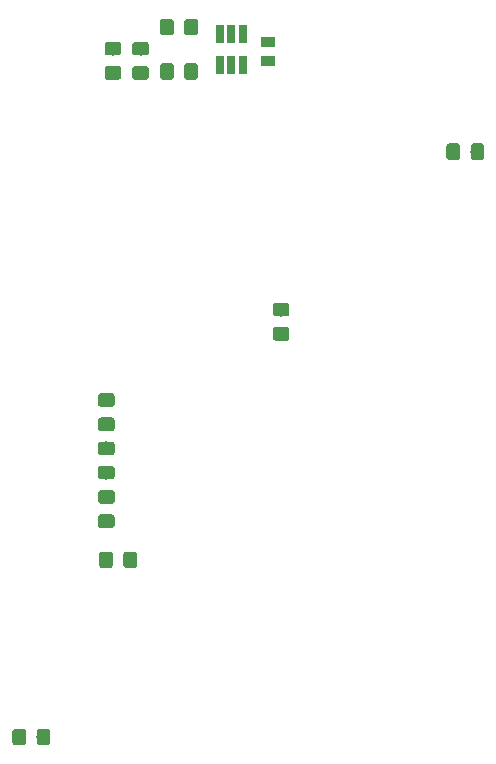
<source format=gbr>
G04 #@! TF.GenerationSoftware,KiCad,Pcbnew,5.0.1-33cea8e~68~ubuntu18.04.1*
G04 #@! TF.CreationDate,2018-11-21T16:18:05-05:00*
G04 #@! TF.ProjectId,samn,73616D6E2E6B696361645F7063620000,5*
G04 #@! TF.SameCoordinates,Original*
G04 #@! TF.FileFunction,Paste,Bot*
G04 #@! TF.FilePolarity,Positive*
%FSLAX46Y46*%
G04 Gerber Fmt 4.6, Leading zero omitted, Abs format (unit mm)*
G04 Created by KiCad (PCBNEW 5.0.1-33cea8e~68~ubuntu18.04.1) date Wed 21 Nov 2018 04:18:05 PM EST*
%MOMM*%
%LPD*%
G01*
G04 APERTURE LIST*
%ADD10C,0.100000*%
%ADD11C,1.150000*%
%ADD12R,1.200000X0.950000*%
%ADD13R,0.650000X1.560000*%
G04 APERTURE END LIST*
D10*
G04 #@! TO.C,R7*
G36*
X61424505Y-31651204D02*
X61448773Y-31654804D01*
X61472572Y-31660765D01*
X61495671Y-31669030D01*
X61517850Y-31679520D01*
X61538893Y-31692132D01*
X61558599Y-31706747D01*
X61576777Y-31723223D01*
X61593253Y-31741401D01*
X61607868Y-31761107D01*
X61620480Y-31782150D01*
X61630970Y-31804329D01*
X61639235Y-31827428D01*
X61645196Y-31851227D01*
X61648796Y-31875495D01*
X61650000Y-31899999D01*
X61650000Y-32800001D01*
X61648796Y-32824505D01*
X61645196Y-32848773D01*
X61639235Y-32872572D01*
X61630970Y-32895671D01*
X61620480Y-32917850D01*
X61607868Y-32938893D01*
X61593253Y-32958599D01*
X61576777Y-32976777D01*
X61558599Y-32993253D01*
X61538893Y-33007868D01*
X61517850Y-33020480D01*
X61495671Y-33030970D01*
X61472572Y-33039235D01*
X61448773Y-33045196D01*
X61424505Y-33048796D01*
X61400001Y-33050000D01*
X60749999Y-33050000D01*
X60725495Y-33048796D01*
X60701227Y-33045196D01*
X60677428Y-33039235D01*
X60654329Y-33030970D01*
X60632150Y-33020480D01*
X60611107Y-33007868D01*
X60591401Y-32993253D01*
X60573223Y-32976777D01*
X60556747Y-32958599D01*
X60542132Y-32938893D01*
X60529520Y-32917850D01*
X60519030Y-32895671D01*
X60510765Y-32872572D01*
X60504804Y-32848773D01*
X60501204Y-32824505D01*
X60500000Y-32800001D01*
X60500000Y-31899999D01*
X60501204Y-31875495D01*
X60504804Y-31851227D01*
X60510765Y-31827428D01*
X60519030Y-31804329D01*
X60529520Y-31782150D01*
X60542132Y-31761107D01*
X60556747Y-31741401D01*
X60573223Y-31723223D01*
X60591401Y-31706747D01*
X60611107Y-31692132D01*
X60632150Y-31679520D01*
X60654329Y-31669030D01*
X60677428Y-31660765D01*
X60701227Y-31654804D01*
X60725495Y-31651204D01*
X60749999Y-31650000D01*
X61400001Y-31650000D01*
X61424505Y-31651204D01*
X61424505Y-31651204D01*
G37*
D11*
X61075000Y-32350000D03*
D10*
G36*
X59374505Y-31651204D02*
X59398773Y-31654804D01*
X59422572Y-31660765D01*
X59445671Y-31669030D01*
X59467850Y-31679520D01*
X59488893Y-31692132D01*
X59508599Y-31706747D01*
X59526777Y-31723223D01*
X59543253Y-31741401D01*
X59557868Y-31761107D01*
X59570480Y-31782150D01*
X59580970Y-31804329D01*
X59589235Y-31827428D01*
X59595196Y-31851227D01*
X59598796Y-31875495D01*
X59600000Y-31899999D01*
X59600000Y-32800001D01*
X59598796Y-32824505D01*
X59595196Y-32848773D01*
X59589235Y-32872572D01*
X59580970Y-32895671D01*
X59570480Y-32917850D01*
X59557868Y-32938893D01*
X59543253Y-32958599D01*
X59526777Y-32976777D01*
X59508599Y-32993253D01*
X59488893Y-33007868D01*
X59467850Y-33020480D01*
X59445671Y-33030970D01*
X59422572Y-33039235D01*
X59398773Y-33045196D01*
X59374505Y-33048796D01*
X59350001Y-33050000D01*
X58699999Y-33050000D01*
X58675495Y-33048796D01*
X58651227Y-33045196D01*
X58627428Y-33039235D01*
X58604329Y-33030970D01*
X58582150Y-33020480D01*
X58561107Y-33007868D01*
X58541401Y-32993253D01*
X58523223Y-32976777D01*
X58506747Y-32958599D01*
X58492132Y-32938893D01*
X58479520Y-32917850D01*
X58469030Y-32895671D01*
X58460765Y-32872572D01*
X58454804Y-32848773D01*
X58451204Y-32824505D01*
X58450000Y-32800001D01*
X58450000Y-31899999D01*
X58451204Y-31875495D01*
X58454804Y-31851227D01*
X58460765Y-31827428D01*
X58469030Y-31804329D01*
X58479520Y-31782150D01*
X58492132Y-31761107D01*
X58506747Y-31741401D01*
X58523223Y-31723223D01*
X58541401Y-31706747D01*
X58561107Y-31692132D01*
X58582150Y-31679520D01*
X58604329Y-31669030D01*
X58627428Y-31660765D01*
X58651227Y-31654804D01*
X58675495Y-31651204D01*
X58699999Y-31650000D01*
X59350001Y-31650000D01*
X59374505Y-31651204D01*
X59374505Y-31651204D01*
G37*
D11*
X59025000Y-32350000D03*
G04 #@! TD*
D12*
G04 #@! TO.C,L1*
X43300000Y-24675200D03*
X43300000Y-23075200D03*
G04 #@! TD*
D10*
G04 #@! TO.C,C2*
G36*
X30674505Y-23051204D02*
X30698773Y-23054804D01*
X30722572Y-23060765D01*
X30745671Y-23069030D01*
X30767850Y-23079520D01*
X30788893Y-23092132D01*
X30808599Y-23106747D01*
X30826777Y-23123223D01*
X30843253Y-23141401D01*
X30857868Y-23161107D01*
X30870480Y-23182150D01*
X30880970Y-23204329D01*
X30889235Y-23227428D01*
X30895196Y-23251227D01*
X30898796Y-23275495D01*
X30900000Y-23299999D01*
X30900000Y-23950001D01*
X30898796Y-23974505D01*
X30895196Y-23998773D01*
X30889235Y-24022572D01*
X30880970Y-24045671D01*
X30870480Y-24067850D01*
X30857868Y-24088893D01*
X30843253Y-24108599D01*
X30826777Y-24126777D01*
X30808599Y-24143253D01*
X30788893Y-24157868D01*
X30767850Y-24170480D01*
X30745671Y-24180970D01*
X30722572Y-24189235D01*
X30698773Y-24195196D01*
X30674505Y-24198796D01*
X30650001Y-24200000D01*
X29749999Y-24200000D01*
X29725495Y-24198796D01*
X29701227Y-24195196D01*
X29677428Y-24189235D01*
X29654329Y-24180970D01*
X29632150Y-24170480D01*
X29611107Y-24157868D01*
X29591401Y-24143253D01*
X29573223Y-24126777D01*
X29556747Y-24108599D01*
X29542132Y-24088893D01*
X29529520Y-24067850D01*
X29519030Y-24045671D01*
X29510765Y-24022572D01*
X29504804Y-23998773D01*
X29501204Y-23974505D01*
X29500000Y-23950001D01*
X29500000Y-23299999D01*
X29501204Y-23275495D01*
X29504804Y-23251227D01*
X29510765Y-23227428D01*
X29519030Y-23204329D01*
X29529520Y-23182150D01*
X29542132Y-23161107D01*
X29556747Y-23141401D01*
X29573223Y-23123223D01*
X29591401Y-23106747D01*
X29611107Y-23092132D01*
X29632150Y-23079520D01*
X29654329Y-23069030D01*
X29677428Y-23060765D01*
X29701227Y-23054804D01*
X29725495Y-23051204D01*
X29749999Y-23050000D01*
X30650001Y-23050000D01*
X30674505Y-23051204D01*
X30674505Y-23051204D01*
G37*
D11*
X30200000Y-23625000D03*
D10*
G36*
X30674505Y-25101204D02*
X30698773Y-25104804D01*
X30722572Y-25110765D01*
X30745671Y-25119030D01*
X30767850Y-25129520D01*
X30788893Y-25142132D01*
X30808599Y-25156747D01*
X30826777Y-25173223D01*
X30843253Y-25191401D01*
X30857868Y-25211107D01*
X30870480Y-25232150D01*
X30880970Y-25254329D01*
X30889235Y-25277428D01*
X30895196Y-25301227D01*
X30898796Y-25325495D01*
X30900000Y-25349999D01*
X30900000Y-26000001D01*
X30898796Y-26024505D01*
X30895196Y-26048773D01*
X30889235Y-26072572D01*
X30880970Y-26095671D01*
X30870480Y-26117850D01*
X30857868Y-26138893D01*
X30843253Y-26158599D01*
X30826777Y-26176777D01*
X30808599Y-26193253D01*
X30788893Y-26207868D01*
X30767850Y-26220480D01*
X30745671Y-26230970D01*
X30722572Y-26239235D01*
X30698773Y-26245196D01*
X30674505Y-26248796D01*
X30650001Y-26250000D01*
X29749999Y-26250000D01*
X29725495Y-26248796D01*
X29701227Y-26245196D01*
X29677428Y-26239235D01*
X29654329Y-26230970D01*
X29632150Y-26220480D01*
X29611107Y-26207868D01*
X29591401Y-26193253D01*
X29573223Y-26176777D01*
X29556747Y-26158599D01*
X29542132Y-26138893D01*
X29529520Y-26117850D01*
X29519030Y-26095671D01*
X29510765Y-26072572D01*
X29504804Y-26048773D01*
X29501204Y-26024505D01*
X29500000Y-26000001D01*
X29500000Y-25349999D01*
X29501204Y-25325495D01*
X29504804Y-25301227D01*
X29510765Y-25277428D01*
X29519030Y-25254329D01*
X29529520Y-25232150D01*
X29542132Y-25211107D01*
X29556747Y-25191401D01*
X29573223Y-25173223D01*
X29591401Y-25156747D01*
X29611107Y-25142132D01*
X29632150Y-25129520D01*
X29654329Y-25119030D01*
X29677428Y-25110765D01*
X29701227Y-25104804D01*
X29725495Y-25101204D01*
X29749999Y-25100000D01*
X30650001Y-25100000D01*
X30674505Y-25101204D01*
X30674505Y-25101204D01*
G37*
D11*
X30200000Y-25675000D03*
G04 #@! TD*
D10*
G04 #@! TO.C,C3*
G36*
X44924505Y-47201204D02*
X44948773Y-47204804D01*
X44972572Y-47210765D01*
X44995671Y-47219030D01*
X45017850Y-47229520D01*
X45038893Y-47242132D01*
X45058599Y-47256747D01*
X45076777Y-47273223D01*
X45093253Y-47291401D01*
X45107868Y-47311107D01*
X45120480Y-47332150D01*
X45130970Y-47354329D01*
X45139235Y-47377428D01*
X45145196Y-47401227D01*
X45148796Y-47425495D01*
X45150000Y-47449999D01*
X45150000Y-48100001D01*
X45148796Y-48124505D01*
X45145196Y-48148773D01*
X45139235Y-48172572D01*
X45130970Y-48195671D01*
X45120480Y-48217850D01*
X45107868Y-48238893D01*
X45093253Y-48258599D01*
X45076777Y-48276777D01*
X45058599Y-48293253D01*
X45038893Y-48307868D01*
X45017850Y-48320480D01*
X44995671Y-48330970D01*
X44972572Y-48339235D01*
X44948773Y-48345196D01*
X44924505Y-48348796D01*
X44900001Y-48350000D01*
X43999999Y-48350000D01*
X43975495Y-48348796D01*
X43951227Y-48345196D01*
X43927428Y-48339235D01*
X43904329Y-48330970D01*
X43882150Y-48320480D01*
X43861107Y-48307868D01*
X43841401Y-48293253D01*
X43823223Y-48276777D01*
X43806747Y-48258599D01*
X43792132Y-48238893D01*
X43779520Y-48217850D01*
X43769030Y-48195671D01*
X43760765Y-48172572D01*
X43754804Y-48148773D01*
X43751204Y-48124505D01*
X43750000Y-48100001D01*
X43750000Y-47449999D01*
X43751204Y-47425495D01*
X43754804Y-47401227D01*
X43760765Y-47377428D01*
X43769030Y-47354329D01*
X43779520Y-47332150D01*
X43792132Y-47311107D01*
X43806747Y-47291401D01*
X43823223Y-47273223D01*
X43841401Y-47256747D01*
X43861107Y-47242132D01*
X43882150Y-47229520D01*
X43904329Y-47219030D01*
X43927428Y-47210765D01*
X43951227Y-47204804D01*
X43975495Y-47201204D01*
X43999999Y-47200000D01*
X44900001Y-47200000D01*
X44924505Y-47201204D01*
X44924505Y-47201204D01*
G37*
D11*
X44450000Y-47775000D03*
D10*
G36*
X44924505Y-45151204D02*
X44948773Y-45154804D01*
X44972572Y-45160765D01*
X44995671Y-45169030D01*
X45017850Y-45179520D01*
X45038893Y-45192132D01*
X45058599Y-45206747D01*
X45076777Y-45223223D01*
X45093253Y-45241401D01*
X45107868Y-45261107D01*
X45120480Y-45282150D01*
X45130970Y-45304329D01*
X45139235Y-45327428D01*
X45145196Y-45351227D01*
X45148796Y-45375495D01*
X45150000Y-45399999D01*
X45150000Y-46050001D01*
X45148796Y-46074505D01*
X45145196Y-46098773D01*
X45139235Y-46122572D01*
X45130970Y-46145671D01*
X45120480Y-46167850D01*
X45107868Y-46188893D01*
X45093253Y-46208599D01*
X45076777Y-46226777D01*
X45058599Y-46243253D01*
X45038893Y-46257868D01*
X45017850Y-46270480D01*
X44995671Y-46280970D01*
X44972572Y-46289235D01*
X44948773Y-46295196D01*
X44924505Y-46298796D01*
X44900001Y-46300000D01*
X43999999Y-46300000D01*
X43975495Y-46298796D01*
X43951227Y-46295196D01*
X43927428Y-46289235D01*
X43904329Y-46280970D01*
X43882150Y-46270480D01*
X43861107Y-46257868D01*
X43841401Y-46243253D01*
X43823223Y-46226777D01*
X43806747Y-46208599D01*
X43792132Y-46188893D01*
X43779520Y-46167850D01*
X43769030Y-46145671D01*
X43760765Y-46122572D01*
X43754804Y-46098773D01*
X43751204Y-46074505D01*
X43750000Y-46050001D01*
X43750000Y-45399999D01*
X43751204Y-45375495D01*
X43754804Y-45351227D01*
X43760765Y-45327428D01*
X43769030Y-45304329D01*
X43779520Y-45282150D01*
X43792132Y-45261107D01*
X43806747Y-45241401D01*
X43823223Y-45223223D01*
X43841401Y-45206747D01*
X43861107Y-45192132D01*
X43882150Y-45179520D01*
X43904329Y-45169030D01*
X43927428Y-45160765D01*
X43951227Y-45154804D01*
X43975495Y-45151204D01*
X43999999Y-45150000D01*
X44900001Y-45150000D01*
X44924505Y-45151204D01*
X44924505Y-45151204D01*
G37*
D11*
X44450000Y-45725000D03*
G04 #@! TD*
D10*
G04 #@! TO.C,C5*
G36*
X30124505Y-52801204D02*
X30148773Y-52804804D01*
X30172572Y-52810765D01*
X30195671Y-52819030D01*
X30217850Y-52829520D01*
X30238893Y-52842132D01*
X30258599Y-52856747D01*
X30276777Y-52873223D01*
X30293253Y-52891401D01*
X30307868Y-52911107D01*
X30320480Y-52932150D01*
X30330970Y-52954329D01*
X30339235Y-52977428D01*
X30345196Y-53001227D01*
X30348796Y-53025495D01*
X30350000Y-53049999D01*
X30350000Y-53700001D01*
X30348796Y-53724505D01*
X30345196Y-53748773D01*
X30339235Y-53772572D01*
X30330970Y-53795671D01*
X30320480Y-53817850D01*
X30307868Y-53838893D01*
X30293253Y-53858599D01*
X30276777Y-53876777D01*
X30258599Y-53893253D01*
X30238893Y-53907868D01*
X30217850Y-53920480D01*
X30195671Y-53930970D01*
X30172572Y-53939235D01*
X30148773Y-53945196D01*
X30124505Y-53948796D01*
X30100001Y-53950000D01*
X29199999Y-53950000D01*
X29175495Y-53948796D01*
X29151227Y-53945196D01*
X29127428Y-53939235D01*
X29104329Y-53930970D01*
X29082150Y-53920480D01*
X29061107Y-53907868D01*
X29041401Y-53893253D01*
X29023223Y-53876777D01*
X29006747Y-53858599D01*
X28992132Y-53838893D01*
X28979520Y-53817850D01*
X28969030Y-53795671D01*
X28960765Y-53772572D01*
X28954804Y-53748773D01*
X28951204Y-53724505D01*
X28950000Y-53700001D01*
X28950000Y-53049999D01*
X28951204Y-53025495D01*
X28954804Y-53001227D01*
X28960765Y-52977428D01*
X28969030Y-52954329D01*
X28979520Y-52932150D01*
X28992132Y-52911107D01*
X29006747Y-52891401D01*
X29023223Y-52873223D01*
X29041401Y-52856747D01*
X29061107Y-52842132D01*
X29082150Y-52829520D01*
X29104329Y-52819030D01*
X29127428Y-52810765D01*
X29151227Y-52804804D01*
X29175495Y-52801204D01*
X29199999Y-52800000D01*
X30100001Y-52800000D01*
X30124505Y-52801204D01*
X30124505Y-52801204D01*
G37*
D11*
X29650000Y-53375000D03*
D10*
G36*
X30124505Y-54851204D02*
X30148773Y-54854804D01*
X30172572Y-54860765D01*
X30195671Y-54869030D01*
X30217850Y-54879520D01*
X30238893Y-54892132D01*
X30258599Y-54906747D01*
X30276777Y-54923223D01*
X30293253Y-54941401D01*
X30307868Y-54961107D01*
X30320480Y-54982150D01*
X30330970Y-55004329D01*
X30339235Y-55027428D01*
X30345196Y-55051227D01*
X30348796Y-55075495D01*
X30350000Y-55099999D01*
X30350000Y-55750001D01*
X30348796Y-55774505D01*
X30345196Y-55798773D01*
X30339235Y-55822572D01*
X30330970Y-55845671D01*
X30320480Y-55867850D01*
X30307868Y-55888893D01*
X30293253Y-55908599D01*
X30276777Y-55926777D01*
X30258599Y-55943253D01*
X30238893Y-55957868D01*
X30217850Y-55970480D01*
X30195671Y-55980970D01*
X30172572Y-55989235D01*
X30148773Y-55995196D01*
X30124505Y-55998796D01*
X30100001Y-56000000D01*
X29199999Y-56000000D01*
X29175495Y-55998796D01*
X29151227Y-55995196D01*
X29127428Y-55989235D01*
X29104329Y-55980970D01*
X29082150Y-55970480D01*
X29061107Y-55957868D01*
X29041401Y-55943253D01*
X29023223Y-55926777D01*
X29006747Y-55908599D01*
X28992132Y-55888893D01*
X28979520Y-55867850D01*
X28969030Y-55845671D01*
X28960765Y-55822572D01*
X28954804Y-55798773D01*
X28951204Y-55774505D01*
X28950000Y-55750001D01*
X28950000Y-55099999D01*
X28951204Y-55075495D01*
X28954804Y-55051227D01*
X28960765Y-55027428D01*
X28969030Y-55004329D01*
X28979520Y-54982150D01*
X28992132Y-54961107D01*
X29006747Y-54941401D01*
X29023223Y-54923223D01*
X29041401Y-54906747D01*
X29061107Y-54892132D01*
X29082150Y-54879520D01*
X29104329Y-54869030D01*
X29127428Y-54860765D01*
X29151227Y-54854804D01*
X29175495Y-54851204D01*
X29199999Y-54850000D01*
X30100001Y-54850000D01*
X30124505Y-54851204D01*
X30124505Y-54851204D01*
G37*
D11*
X29650000Y-55425000D03*
G04 #@! TD*
D10*
G04 #@! TO.C,C6*
G36*
X30124505Y-63051204D02*
X30148773Y-63054804D01*
X30172572Y-63060765D01*
X30195671Y-63069030D01*
X30217850Y-63079520D01*
X30238893Y-63092132D01*
X30258599Y-63106747D01*
X30276777Y-63123223D01*
X30293253Y-63141401D01*
X30307868Y-63161107D01*
X30320480Y-63182150D01*
X30330970Y-63204329D01*
X30339235Y-63227428D01*
X30345196Y-63251227D01*
X30348796Y-63275495D01*
X30350000Y-63299999D01*
X30350000Y-63950001D01*
X30348796Y-63974505D01*
X30345196Y-63998773D01*
X30339235Y-64022572D01*
X30330970Y-64045671D01*
X30320480Y-64067850D01*
X30307868Y-64088893D01*
X30293253Y-64108599D01*
X30276777Y-64126777D01*
X30258599Y-64143253D01*
X30238893Y-64157868D01*
X30217850Y-64170480D01*
X30195671Y-64180970D01*
X30172572Y-64189235D01*
X30148773Y-64195196D01*
X30124505Y-64198796D01*
X30100001Y-64200000D01*
X29199999Y-64200000D01*
X29175495Y-64198796D01*
X29151227Y-64195196D01*
X29127428Y-64189235D01*
X29104329Y-64180970D01*
X29082150Y-64170480D01*
X29061107Y-64157868D01*
X29041401Y-64143253D01*
X29023223Y-64126777D01*
X29006747Y-64108599D01*
X28992132Y-64088893D01*
X28979520Y-64067850D01*
X28969030Y-64045671D01*
X28960765Y-64022572D01*
X28954804Y-63998773D01*
X28951204Y-63974505D01*
X28950000Y-63950001D01*
X28950000Y-63299999D01*
X28951204Y-63275495D01*
X28954804Y-63251227D01*
X28960765Y-63227428D01*
X28969030Y-63204329D01*
X28979520Y-63182150D01*
X28992132Y-63161107D01*
X29006747Y-63141401D01*
X29023223Y-63123223D01*
X29041401Y-63106747D01*
X29061107Y-63092132D01*
X29082150Y-63079520D01*
X29104329Y-63069030D01*
X29127428Y-63060765D01*
X29151227Y-63054804D01*
X29175495Y-63051204D01*
X29199999Y-63050000D01*
X30100001Y-63050000D01*
X30124505Y-63051204D01*
X30124505Y-63051204D01*
G37*
D11*
X29650000Y-63625000D03*
D10*
G36*
X30124505Y-61001204D02*
X30148773Y-61004804D01*
X30172572Y-61010765D01*
X30195671Y-61019030D01*
X30217850Y-61029520D01*
X30238893Y-61042132D01*
X30258599Y-61056747D01*
X30276777Y-61073223D01*
X30293253Y-61091401D01*
X30307868Y-61111107D01*
X30320480Y-61132150D01*
X30330970Y-61154329D01*
X30339235Y-61177428D01*
X30345196Y-61201227D01*
X30348796Y-61225495D01*
X30350000Y-61249999D01*
X30350000Y-61900001D01*
X30348796Y-61924505D01*
X30345196Y-61948773D01*
X30339235Y-61972572D01*
X30330970Y-61995671D01*
X30320480Y-62017850D01*
X30307868Y-62038893D01*
X30293253Y-62058599D01*
X30276777Y-62076777D01*
X30258599Y-62093253D01*
X30238893Y-62107868D01*
X30217850Y-62120480D01*
X30195671Y-62130970D01*
X30172572Y-62139235D01*
X30148773Y-62145196D01*
X30124505Y-62148796D01*
X30100001Y-62150000D01*
X29199999Y-62150000D01*
X29175495Y-62148796D01*
X29151227Y-62145196D01*
X29127428Y-62139235D01*
X29104329Y-62130970D01*
X29082150Y-62120480D01*
X29061107Y-62107868D01*
X29041401Y-62093253D01*
X29023223Y-62076777D01*
X29006747Y-62058599D01*
X28992132Y-62038893D01*
X28979520Y-62017850D01*
X28969030Y-61995671D01*
X28960765Y-61972572D01*
X28954804Y-61948773D01*
X28951204Y-61924505D01*
X28950000Y-61900001D01*
X28950000Y-61249999D01*
X28951204Y-61225495D01*
X28954804Y-61201227D01*
X28960765Y-61177428D01*
X28969030Y-61154329D01*
X28979520Y-61132150D01*
X28992132Y-61111107D01*
X29006747Y-61091401D01*
X29023223Y-61073223D01*
X29041401Y-61056747D01*
X29061107Y-61042132D01*
X29082150Y-61029520D01*
X29104329Y-61019030D01*
X29127428Y-61010765D01*
X29151227Y-61004804D01*
X29175495Y-61001204D01*
X29199999Y-61000000D01*
X30100001Y-61000000D01*
X30124505Y-61001204D01*
X30124505Y-61001204D01*
G37*
D11*
X29650000Y-61575000D03*
G04 #@! TD*
D10*
G04 #@! TO.C,C1*
G36*
X35124505Y-24851204D02*
X35148773Y-24854804D01*
X35172572Y-24860765D01*
X35195671Y-24869030D01*
X35217850Y-24879520D01*
X35238893Y-24892132D01*
X35258599Y-24906747D01*
X35276777Y-24923223D01*
X35293253Y-24941401D01*
X35307868Y-24961107D01*
X35320480Y-24982150D01*
X35330970Y-25004329D01*
X35339235Y-25027428D01*
X35345196Y-25051227D01*
X35348796Y-25075495D01*
X35350000Y-25099999D01*
X35350000Y-26000001D01*
X35348796Y-26024505D01*
X35345196Y-26048773D01*
X35339235Y-26072572D01*
X35330970Y-26095671D01*
X35320480Y-26117850D01*
X35307868Y-26138893D01*
X35293253Y-26158599D01*
X35276777Y-26176777D01*
X35258599Y-26193253D01*
X35238893Y-26207868D01*
X35217850Y-26220480D01*
X35195671Y-26230970D01*
X35172572Y-26239235D01*
X35148773Y-26245196D01*
X35124505Y-26248796D01*
X35100001Y-26250000D01*
X34449999Y-26250000D01*
X34425495Y-26248796D01*
X34401227Y-26245196D01*
X34377428Y-26239235D01*
X34354329Y-26230970D01*
X34332150Y-26220480D01*
X34311107Y-26207868D01*
X34291401Y-26193253D01*
X34273223Y-26176777D01*
X34256747Y-26158599D01*
X34242132Y-26138893D01*
X34229520Y-26117850D01*
X34219030Y-26095671D01*
X34210765Y-26072572D01*
X34204804Y-26048773D01*
X34201204Y-26024505D01*
X34200000Y-26000001D01*
X34200000Y-25099999D01*
X34201204Y-25075495D01*
X34204804Y-25051227D01*
X34210765Y-25027428D01*
X34219030Y-25004329D01*
X34229520Y-24982150D01*
X34242132Y-24961107D01*
X34256747Y-24941401D01*
X34273223Y-24923223D01*
X34291401Y-24906747D01*
X34311107Y-24892132D01*
X34332150Y-24879520D01*
X34354329Y-24869030D01*
X34377428Y-24860765D01*
X34401227Y-24854804D01*
X34425495Y-24851204D01*
X34449999Y-24850000D01*
X35100001Y-24850000D01*
X35124505Y-24851204D01*
X35124505Y-24851204D01*
G37*
D11*
X34775000Y-25550000D03*
D10*
G36*
X37174505Y-24851204D02*
X37198773Y-24854804D01*
X37222572Y-24860765D01*
X37245671Y-24869030D01*
X37267850Y-24879520D01*
X37288893Y-24892132D01*
X37308599Y-24906747D01*
X37326777Y-24923223D01*
X37343253Y-24941401D01*
X37357868Y-24961107D01*
X37370480Y-24982150D01*
X37380970Y-25004329D01*
X37389235Y-25027428D01*
X37395196Y-25051227D01*
X37398796Y-25075495D01*
X37400000Y-25099999D01*
X37400000Y-26000001D01*
X37398796Y-26024505D01*
X37395196Y-26048773D01*
X37389235Y-26072572D01*
X37380970Y-26095671D01*
X37370480Y-26117850D01*
X37357868Y-26138893D01*
X37343253Y-26158599D01*
X37326777Y-26176777D01*
X37308599Y-26193253D01*
X37288893Y-26207868D01*
X37267850Y-26220480D01*
X37245671Y-26230970D01*
X37222572Y-26239235D01*
X37198773Y-26245196D01*
X37174505Y-26248796D01*
X37150001Y-26250000D01*
X36499999Y-26250000D01*
X36475495Y-26248796D01*
X36451227Y-26245196D01*
X36427428Y-26239235D01*
X36404329Y-26230970D01*
X36382150Y-26220480D01*
X36361107Y-26207868D01*
X36341401Y-26193253D01*
X36323223Y-26176777D01*
X36306747Y-26158599D01*
X36292132Y-26138893D01*
X36279520Y-26117850D01*
X36269030Y-26095671D01*
X36260765Y-26072572D01*
X36254804Y-26048773D01*
X36251204Y-26024505D01*
X36250000Y-26000001D01*
X36250000Y-25099999D01*
X36251204Y-25075495D01*
X36254804Y-25051227D01*
X36260765Y-25027428D01*
X36269030Y-25004329D01*
X36279520Y-24982150D01*
X36292132Y-24961107D01*
X36306747Y-24941401D01*
X36323223Y-24923223D01*
X36341401Y-24906747D01*
X36361107Y-24892132D01*
X36382150Y-24879520D01*
X36404329Y-24869030D01*
X36427428Y-24860765D01*
X36451227Y-24854804D01*
X36475495Y-24851204D01*
X36499999Y-24850000D01*
X37150001Y-24850000D01*
X37174505Y-24851204D01*
X37174505Y-24851204D01*
G37*
D11*
X36825000Y-25550000D03*
G04 #@! TD*
D13*
G04 #@! TO.C,U1*
X40237600Y-22345000D03*
X41187600Y-22345000D03*
X39287600Y-22345000D03*
X39287600Y-25045000D03*
X40237600Y-25045000D03*
X41187600Y-25045000D03*
G04 #@! TD*
D10*
G04 #@! TO.C,R4*
G36*
X32024505Y-66201204D02*
X32048773Y-66204804D01*
X32072572Y-66210765D01*
X32095671Y-66219030D01*
X32117850Y-66229520D01*
X32138893Y-66242132D01*
X32158599Y-66256747D01*
X32176777Y-66273223D01*
X32193253Y-66291401D01*
X32207868Y-66311107D01*
X32220480Y-66332150D01*
X32230970Y-66354329D01*
X32239235Y-66377428D01*
X32245196Y-66401227D01*
X32248796Y-66425495D01*
X32250000Y-66449999D01*
X32250000Y-67350001D01*
X32248796Y-67374505D01*
X32245196Y-67398773D01*
X32239235Y-67422572D01*
X32230970Y-67445671D01*
X32220480Y-67467850D01*
X32207868Y-67488893D01*
X32193253Y-67508599D01*
X32176777Y-67526777D01*
X32158599Y-67543253D01*
X32138893Y-67557868D01*
X32117850Y-67570480D01*
X32095671Y-67580970D01*
X32072572Y-67589235D01*
X32048773Y-67595196D01*
X32024505Y-67598796D01*
X32000001Y-67600000D01*
X31349999Y-67600000D01*
X31325495Y-67598796D01*
X31301227Y-67595196D01*
X31277428Y-67589235D01*
X31254329Y-67580970D01*
X31232150Y-67570480D01*
X31211107Y-67557868D01*
X31191401Y-67543253D01*
X31173223Y-67526777D01*
X31156747Y-67508599D01*
X31142132Y-67488893D01*
X31129520Y-67467850D01*
X31119030Y-67445671D01*
X31110765Y-67422572D01*
X31104804Y-67398773D01*
X31101204Y-67374505D01*
X31100000Y-67350001D01*
X31100000Y-66449999D01*
X31101204Y-66425495D01*
X31104804Y-66401227D01*
X31110765Y-66377428D01*
X31119030Y-66354329D01*
X31129520Y-66332150D01*
X31142132Y-66311107D01*
X31156747Y-66291401D01*
X31173223Y-66273223D01*
X31191401Y-66256747D01*
X31211107Y-66242132D01*
X31232150Y-66229520D01*
X31254329Y-66219030D01*
X31277428Y-66210765D01*
X31301227Y-66204804D01*
X31325495Y-66201204D01*
X31349999Y-66200000D01*
X32000001Y-66200000D01*
X32024505Y-66201204D01*
X32024505Y-66201204D01*
G37*
D11*
X31675000Y-66900000D03*
D10*
G36*
X29974505Y-66201204D02*
X29998773Y-66204804D01*
X30022572Y-66210765D01*
X30045671Y-66219030D01*
X30067850Y-66229520D01*
X30088893Y-66242132D01*
X30108599Y-66256747D01*
X30126777Y-66273223D01*
X30143253Y-66291401D01*
X30157868Y-66311107D01*
X30170480Y-66332150D01*
X30180970Y-66354329D01*
X30189235Y-66377428D01*
X30195196Y-66401227D01*
X30198796Y-66425495D01*
X30200000Y-66449999D01*
X30200000Y-67350001D01*
X30198796Y-67374505D01*
X30195196Y-67398773D01*
X30189235Y-67422572D01*
X30180970Y-67445671D01*
X30170480Y-67467850D01*
X30157868Y-67488893D01*
X30143253Y-67508599D01*
X30126777Y-67526777D01*
X30108599Y-67543253D01*
X30088893Y-67557868D01*
X30067850Y-67570480D01*
X30045671Y-67580970D01*
X30022572Y-67589235D01*
X29998773Y-67595196D01*
X29974505Y-67598796D01*
X29950001Y-67600000D01*
X29299999Y-67600000D01*
X29275495Y-67598796D01*
X29251227Y-67595196D01*
X29227428Y-67589235D01*
X29204329Y-67580970D01*
X29182150Y-67570480D01*
X29161107Y-67557868D01*
X29141401Y-67543253D01*
X29123223Y-67526777D01*
X29106747Y-67508599D01*
X29092132Y-67488893D01*
X29079520Y-67467850D01*
X29069030Y-67445671D01*
X29060765Y-67422572D01*
X29054804Y-67398773D01*
X29051204Y-67374505D01*
X29050000Y-67350001D01*
X29050000Y-66449999D01*
X29051204Y-66425495D01*
X29054804Y-66401227D01*
X29060765Y-66377428D01*
X29069030Y-66354329D01*
X29079520Y-66332150D01*
X29092132Y-66311107D01*
X29106747Y-66291401D01*
X29123223Y-66273223D01*
X29141401Y-66256747D01*
X29161107Y-66242132D01*
X29182150Y-66229520D01*
X29204329Y-66219030D01*
X29227428Y-66210765D01*
X29251227Y-66204804D01*
X29275495Y-66201204D01*
X29299999Y-66200000D01*
X29950001Y-66200000D01*
X29974505Y-66201204D01*
X29974505Y-66201204D01*
G37*
D11*
X29625000Y-66900000D03*
G04 #@! TD*
D10*
G04 #@! TO.C,R1*
G36*
X37174505Y-21101204D02*
X37198773Y-21104804D01*
X37222572Y-21110765D01*
X37245671Y-21119030D01*
X37267850Y-21129520D01*
X37288893Y-21142132D01*
X37308599Y-21156747D01*
X37326777Y-21173223D01*
X37343253Y-21191401D01*
X37357868Y-21211107D01*
X37370480Y-21232150D01*
X37380970Y-21254329D01*
X37389235Y-21277428D01*
X37395196Y-21301227D01*
X37398796Y-21325495D01*
X37400000Y-21349999D01*
X37400000Y-22250001D01*
X37398796Y-22274505D01*
X37395196Y-22298773D01*
X37389235Y-22322572D01*
X37380970Y-22345671D01*
X37370480Y-22367850D01*
X37357868Y-22388893D01*
X37343253Y-22408599D01*
X37326777Y-22426777D01*
X37308599Y-22443253D01*
X37288893Y-22457868D01*
X37267850Y-22470480D01*
X37245671Y-22480970D01*
X37222572Y-22489235D01*
X37198773Y-22495196D01*
X37174505Y-22498796D01*
X37150001Y-22500000D01*
X36499999Y-22500000D01*
X36475495Y-22498796D01*
X36451227Y-22495196D01*
X36427428Y-22489235D01*
X36404329Y-22480970D01*
X36382150Y-22470480D01*
X36361107Y-22457868D01*
X36341401Y-22443253D01*
X36323223Y-22426777D01*
X36306747Y-22408599D01*
X36292132Y-22388893D01*
X36279520Y-22367850D01*
X36269030Y-22345671D01*
X36260765Y-22322572D01*
X36254804Y-22298773D01*
X36251204Y-22274505D01*
X36250000Y-22250001D01*
X36250000Y-21349999D01*
X36251204Y-21325495D01*
X36254804Y-21301227D01*
X36260765Y-21277428D01*
X36269030Y-21254329D01*
X36279520Y-21232150D01*
X36292132Y-21211107D01*
X36306747Y-21191401D01*
X36323223Y-21173223D01*
X36341401Y-21156747D01*
X36361107Y-21142132D01*
X36382150Y-21129520D01*
X36404329Y-21119030D01*
X36427428Y-21110765D01*
X36451227Y-21104804D01*
X36475495Y-21101204D01*
X36499999Y-21100000D01*
X37150001Y-21100000D01*
X37174505Y-21101204D01*
X37174505Y-21101204D01*
G37*
D11*
X36825000Y-21800000D03*
D10*
G36*
X35124505Y-21101204D02*
X35148773Y-21104804D01*
X35172572Y-21110765D01*
X35195671Y-21119030D01*
X35217850Y-21129520D01*
X35238893Y-21142132D01*
X35258599Y-21156747D01*
X35276777Y-21173223D01*
X35293253Y-21191401D01*
X35307868Y-21211107D01*
X35320480Y-21232150D01*
X35330970Y-21254329D01*
X35339235Y-21277428D01*
X35345196Y-21301227D01*
X35348796Y-21325495D01*
X35350000Y-21349999D01*
X35350000Y-22250001D01*
X35348796Y-22274505D01*
X35345196Y-22298773D01*
X35339235Y-22322572D01*
X35330970Y-22345671D01*
X35320480Y-22367850D01*
X35307868Y-22388893D01*
X35293253Y-22408599D01*
X35276777Y-22426777D01*
X35258599Y-22443253D01*
X35238893Y-22457868D01*
X35217850Y-22470480D01*
X35195671Y-22480970D01*
X35172572Y-22489235D01*
X35148773Y-22495196D01*
X35124505Y-22498796D01*
X35100001Y-22500000D01*
X34449999Y-22500000D01*
X34425495Y-22498796D01*
X34401227Y-22495196D01*
X34377428Y-22489235D01*
X34354329Y-22480970D01*
X34332150Y-22470480D01*
X34311107Y-22457868D01*
X34291401Y-22443253D01*
X34273223Y-22426777D01*
X34256747Y-22408599D01*
X34242132Y-22388893D01*
X34229520Y-22367850D01*
X34219030Y-22345671D01*
X34210765Y-22322572D01*
X34204804Y-22298773D01*
X34201204Y-22274505D01*
X34200000Y-22250001D01*
X34200000Y-21349999D01*
X34201204Y-21325495D01*
X34204804Y-21301227D01*
X34210765Y-21277428D01*
X34219030Y-21254329D01*
X34229520Y-21232150D01*
X34242132Y-21211107D01*
X34256747Y-21191401D01*
X34273223Y-21173223D01*
X34291401Y-21156747D01*
X34311107Y-21142132D01*
X34332150Y-21129520D01*
X34354329Y-21119030D01*
X34377428Y-21110765D01*
X34401227Y-21104804D01*
X34425495Y-21101204D01*
X34449999Y-21100000D01*
X35100001Y-21100000D01*
X35124505Y-21101204D01*
X35124505Y-21101204D01*
G37*
D11*
X34775000Y-21800000D03*
G04 #@! TD*
D10*
G04 #@! TO.C,R2*
G36*
X33024505Y-25101204D02*
X33048773Y-25104804D01*
X33072572Y-25110765D01*
X33095671Y-25119030D01*
X33117850Y-25129520D01*
X33138893Y-25142132D01*
X33158599Y-25156747D01*
X33176777Y-25173223D01*
X33193253Y-25191401D01*
X33207868Y-25211107D01*
X33220480Y-25232150D01*
X33230970Y-25254329D01*
X33239235Y-25277428D01*
X33245196Y-25301227D01*
X33248796Y-25325495D01*
X33250000Y-25349999D01*
X33250000Y-26000001D01*
X33248796Y-26024505D01*
X33245196Y-26048773D01*
X33239235Y-26072572D01*
X33230970Y-26095671D01*
X33220480Y-26117850D01*
X33207868Y-26138893D01*
X33193253Y-26158599D01*
X33176777Y-26176777D01*
X33158599Y-26193253D01*
X33138893Y-26207868D01*
X33117850Y-26220480D01*
X33095671Y-26230970D01*
X33072572Y-26239235D01*
X33048773Y-26245196D01*
X33024505Y-26248796D01*
X33000001Y-26250000D01*
X32099999Y-26250000D01*
X32075495Y-26248796D01*
X32051227Y-26245196D01*
X32027428Y-26239235D01*
X32004329Y-26230970D01*
X31982150Y-26220480D01*
X31961107Y-26207868D01*
X31941401Y-26193253D01*
X31923223Y-26176777D01*
X31906747Y-26158599D01*
X31892132Y-26138893D01*
X31879520Y-26117850D01*
X31869030Y-26095671D01*
X31860765Y-26072572D01*
X31854804Y-26048773D01*
X31851204Y-26024505D01*
X31850000Y-26000001D01*
X31850000Y-25349999D01*
X31851204Y-25325495D01*
X31854804Y-25301227D01*
X31860765Y-25277428D01*
X31869030Y-25254329D01*
X31879520Y-25232150D01*
X31892132Y-25211107D01*
X31906747Y-25191401D01*
X31923223Y-25173223D01*
X31941401Y-25156747D01*
X31961107Y-25142132D01*
X31982150Y-25129520D01*
X32004329Y-25119030D01*
X32027428Y-25110765D01*
X32051227Y-25104804D01*
X32075495Y-25101204D01*
X32099999Y-25100000D01*
X33000001Y-25100000D01*
X33024505Y-25101204D01*
X33024505Y-25101204D01*
G37*
D11*
X32550000Y-25675000D03*
D10*
G36*
X33024505Y-23051204D02*
X33048773Y-23054804D01*
X33072572Y-23060765D01*
X33095671Y-23069030D01*
X33117850Y-23079520D01*
X33138893Y-23092132D01*
X33158599Y-23106747D01*
X33176777Y-23123223D01*
X33193253Y-23141401D01*
X33207868Y-23161107D01*
X33220480Y-23182150D01*
X33230970Y-23204329D01*
X33239235Y-23227428D01*
X33245196Y-23251227D01*
X33248796Y-23275495D01*
X33250000Y-23299999D01*
X33250000Y-23950001D01*
X33248796Y-23974505D01*
X33245196Y-23998773D01*
X33239235Y-24022572D01*
X33230970Y-24045671D01*
X33220480Y-24067850D01*
X33207868Y-24088893D01*
X33193253Y-24108599D01*
X33176777Y-24126777D01*
X33158599Y-24143253D01*
X33138893Y-24157868D01*
X33117850Y-24170480D01*
X33095671Y-24180970D01*
X33072572Y-24189235D01*
X33048773Y-24195196D01*
X33024505Y-24198796D01*
X33000001Y-24200000D01*
X32099999Y-24200000D01*
X32075495Y-24198796D01*
X32051227Y-24195196D01*
X32027428Y-24189235D01*
X32004329Y-24180970D01*
X31982150Y-24170480D01*
X31961107Y-24157868D01*
X31941401Y-24143253D01*
X31923223Y-24126777D01*
X31906747Y-24108599D01*
X31892132Y-24088893D01*
X31879520Y-24067850D01*
X31869030Y-24045671D01*
X31860765Y-24022572D01*
X31854804Y-23998773D01*
X31851204Y-23974505D01*
X31850000Y-23950001D01*
X31850000Y-23299999D01*
X31851204Y-23275495D01*
X31854804Y-23251227D01*
X31860765Y-23227428D01*
X31869030Y-23204329D01*
X31879520Y-23182150D01*
X31892132Y-23161107D01*
X31906747Y-23141401D01*
X31923223Y-23123223D01*
X31941401Y-23106747D01*
X31961107Y-23092132D01*
X31982150Y-23079520D01*
X32004329Y-23069030D01*
X32027428Y-23060765D01*
X32051227Y-23054804D01*
X32075495Y-23051204D01*
X32099999Y-23050000D01*
X33000001Y-23050000D01*
X33024505Y-23051204D01*
X33024505Y-23051204D01*
G37*
D11*
X32550000Y-23625000D03*
G04 #@! TD*
D10*
G04 #@! TO.C,R5*
G36*
X22624505Y-81201204D02*
X22648773Y-81204804D01*
X22672572Y-81210765D01*
X22695671Y-81219030D01*
X22717850Y-81229520D01*
X22738893Y-81242132D01*
X22758599Y-81256747D01*
X22776777Y-81273223D01*
X22793253Y-81291401D01*
X22807868Y-81311107D01*
X22820480Y-81332150D01*
X22830970Y-81354329D01*
X22839235Y-81377428D01*
X22845196Y-81401227D01*
X22848796Y-81425495D01*
X22850000Y-81449999D01*
X22850000Y-82350001D01*
X22848796Y-82374505D01*
X22845196Y-82398773D01*
X22839235Y-82422572D01*
X22830970Y-82445671D01*
X22820480Y-82467850D01*
X22807868Y-82488893D01*
X22793253Y-82508599D01*
X22776777Y-82526777D01*
X22758599Y-82543253D01*
X22738893Y-82557868D01*
X22717850Y-82570480D01*
X22695671Y-82580970D01*
X22672572Y-82589235D01*
X22648773Y-82595196D01*
X22624505Y-82598796D01*
X22600001Y-82600000D01*
X21949999Y-82600000D01*
X21925495Y-82598796D01*
X21901227Y-82595196D01*
X21877428Y-82589235D01*
X21854329Y-82580970D01*
X21832150Y-82570480D01*
X21811107Y-82557868D01*
X21791401Y-82543253D01*
X21773223Y-82526777D01*
X21756747Y-82508599D01*
X21742132Y-82488893D01*
X21729520Y-82467850D01*
X21719030Y-82445671D01*
X21710765Y-82422572D01*
X21704804Y-82398773D01*
X21701204Y-82374505D01*
X21700000Y-82350001D01*
X21700000Y-81449999D01*
X21701204Y-81425495D01*
X21704804Y-81401227D01*
X21710765Y-81377428D01*
X21719030Y-81354329D01*
X21729520Y-81332150D01*
X21742132Y-81311107D01*
X21756747Y-81291401D01*
X21773223Y-81273223D01*
X21791401Y-81256747D01*
X21811107Y-81242132D01*
X21832150Y-81229520D01*
X21854329Y-81219030D01*
X21877428Y-81210765D01*
X21901227Y-81204804D01*
X21925495Y-81201204D01*
X21949999Y-81200000D01*
X22600001Y-81200000D01*
X22624505Y-81201204D01*
X22624505Y-81201204D01*
G37*
D11*
X22275000Y-81900000D03*
D10*
G36*
X24674505Y-81201204D02*
X24698773Y-81204804D01*
X24722572Y-81210765D01*
X24745671Y-81219030D01*
X24767850Y-81229520D01*
X24788893Y-81242132D01*
X24808599Y-81256747D01*
X24826777Y-81273223D01*
X24843253Y-81291401D01*
X24857868Y-81311107D01*
X24870480Y-81332150D01*
X24880970Y-81354329D01*
X24889235Y-81377428D01*
X24895196Y-81401227D01*
X24898796Y-81425495D01*
X24900000Y-81449999D01*
X24900000Y-82350001D01*
X24898796Y-82374505D01*
X24895196Y-82398773D01*
X24889235Y-82422572D01*
X24880970Y-82445671D01*
X24870480Y-82467850D01*
X24857868Y-82488893D01*
X24843253Y-82508599D01*
X24826777Y-82526777D01*
X24808599Y-82543253D01*
X24788893Y-82557868D01*
X24767850Y-82570480D01*
X24745671Y-82580970D01*
X24722572Y-82589235D01*
X24698773Y-82595196D01*
X24674505Y-82598796D01*
X24650001Y-82600000D01*
X23999999Y-82600000D01*
X23975495Y-82598796D01*
X23951227Y-82595196D01*
X23927428Y-82589235D01*
X23904329Y-82580970D01*
X23882150Y-82570480D01*
X23861107Y-82557868D01*
X23841401Y-82543253D01*
X23823223Y-82526777D01*
X23806747Y-82508599D01*
X23792132Y-82488893D01*
X23779520Y-82467850D01*
X23769030Y-82445671D01*
X23760765Y-82422572D01*
X23754804Y-82398773D01*
X23751204Y-82374505D01*
X23750000Y-82350001D01*
X23750000Y-81449999D01*
X23751204Y-81425495D01*
X23754804Y-81401227D01*
X23760765Y-81377428D01*
X23769030Y-81354329D01*
X23779520Y-81332150D01*
X23792132Y-81311107D01*
X23806747Y-81291401D01*
X23823223Y-81273223D01*
X23841401Y-81256747D01*
X23861107Y-81242132D01*
X23882150Y-81229520D01*
X23904329Y-81219030D01*
X23927428Y-81210765D01*
X23951227Y-81204804D01*
X23975495Y-81201204D01*
X23999999Y-81200000D01*
X24650001Y-81200000D01*
X24674505Y-81201204D01*
X24674505Y-81201204D01*
G37*
D11*
X24325000Y-81900000D03*
G04 #@! TD*
D10*
G04 #@! TO.C,R6*
G36*
X30124505Y-58951204D02*
X30148773Y-58954804D01*
X30172572Y-58960765D01*
X30195671Y-58969030D01*
X30217850Y-58979520D01*
X30238893Y-58992132D01*
X30258599Y-59006747D01*
X30276777Y-59023223D01*
X30293253Y-59041401D01*
X30307868Y-59061107D01*
X30320480Y-59082150D01*
X30330970Y-59104329D01*
X30339235Y-59127428D01*
X30345196Y-59151227D01*
X30348796Y-59175495D01*
X30350000Y-59199999D01*
X30350000Y-59850001D01*
X30348796Y-59874505D01*
X30345196Y-59898773D01*
X30339235Y-59922572D01*
X30330970Y-59945671D01*
X30320480Y-59967850D01*
X30307868Y-59988893D01*
X30293253Y-60008599D01*
X30276777Y-60026777D01*
X30258599Y-60043253D01*
X30238893Y-60057868D01*
X30217850Y-60070480D01*
X30195671Y-60080970D01*
X30172572Y-60089235D01*
X30148773Y-60095196D01*
X30124505Y-60098796D01*
X30100001Y-60100000D01*
X29199999Y-60100000D01*
X29175495Y-60098796D01*
X29151227Y-60095196D01*
X29127428Y-60089235D01*
X29104329Y-60080970D01*
X29082150Y-60070480D01*
X29061107Y-60057868D01*
X29041401Y-60043253D01*
X29023223Y-60026777D01*
X29006747Y-60008599D01*
X28992132Y-59988893D01*
X28979520Y-59967850D01*
X28969030Y-59945671D01*
X28960765Y-59922572D01*
X28954804Y-59898773D01*
X28951204Y-59874505D01*
X28950000Y-59850001D01*
X28950000Y-59199999D01*
X28951204Y-59175495D01*
X28954804Y-59151227D01*
X28960765Y-59127428D01*
X28969030Y-59104329D01*
X28979520Y-59082150D01*
X28992132Y-59061107D01*
X29006747Y-59041401D01*
X29023223Y-59023223D01*
X29041401Y-59006747D01*
X29061107Y-58992132D01*
X29082150Y-58979520D01*
X29104329Y-58969030D01*
X29127428Y-58960765D01*
X29151227Y-58954804D01*
X29175495Y-58951204D01*
X29199999Y-58950000D01*
X30100001Y-58950000D01*
X30124505Y-58951204D01*
X30124505Y-58951204D01*
G37*
D11*
X29650000Y-59525000D03*
D10*
G36*
X30124505Y-56901204D02*
X30148773Y-56904804D01*
X30172572Y-56910765D01*
X30195671Y-56919030D01*
X30217850Y-56929520D01*
X30238893Y-56942132D01*
X30258599Y-56956747D01*
X30276777Y-56973223D01*
X30293253Y-56991401D01*
X30307868Y-57011107D01*
X30320480Y-57032150D01*
X30330970Y-57054329D01*
X30339235Y-57077428D01*
X30345196Y-57101227D01*
X30348796Y-57125495D01*
X30350000Y-57149999D01*
X30350000Y-57800001D01*
X30348796Y-57824505D01*
X30345196Y-57848773D01*
X30339235Y-57872572D01*
X30330970Y-57895671D01*
X30320480Y-57917850D01*
X30307868Y-57938893D01*
X30293253Y-57958599D01*
X30276777Y-57976777D01*
X30258599Y-57993253D01*
X30238893Y-58007868D01*
X30217850Y-58020480D01*
X30195671Y-58030970D01*
X30172572Y-58039235D01*
X30148773Y-58045196D01*
X30124505Y-58048796D01*
X30100001Y-58050000D01*
X29199999Y-58050000D01*
X29175495Y-58048796D01*
X29151227Y-58045196D01*
X29127428Y-58039235D01*
X29104329Y-58030970D01*
X29082150Y-58020480D01*
X29061107Y-58007868D01*
X29041401Y-57993253D01*
X29023223Y-57976777D01*
X29006747Y-57958599D01*
X28992132Y-57938893D01*
X28979520Y-57917850D01*
X28969030Y-57895671D01*
X28960765Y-57872572D01*
X28954804Y-57848773D01*
X28951204Y-57824505D01*
X28950000Y-57800001D01*
X28950000Y-57149999D01*
X28951204Y-57125495D01*
X28954804Y-57101227D01*
X28960765Y-57077428D01*
X28969030Y-57054329D01*
X28979520Y-57032150D01*
X28992132Y-57011107D01*
X29006747Y-56991401D01*
X29023223Y-56973223D01*
X29041401Y-56956747D01*
X29061107Y-56942132D01*
X29082150Y-56929520D01*
X29104329Y-56919030D01*
X29127428Y-56910765D01*
X29151227Y-56904804D01*
X29175495Y-56901204D01*
X29199999Y-56900000D01*
X30100001Y-56900000D01*
X30124505Y-56901204D01*
X30124505Y-56901204D01*
G37*
D11*
X29650000Y-57475000D03*
G04 #@! TD*
M02*

</source>
